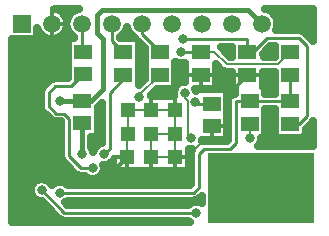
<source format=gbr>
G04 DipTrace 3.0.0.2*
G04 Bottom.gbr*
%MOMM*%
G04 #@! TF.FileFunction,Copper,L2,Bot*
G04 #@! TF.Part,Single*
G04 #@! TA.AperFunction,Conductor*
%ADD10C,0.254*%
G04 #@! TA.AperFunction,CopperBalancing*
%ADD14C,0.635*%
G04 #@! TA.AperFunction,Conductor*
%ADD15C,0.381*%
%ADD16C,0.1778*%
%ADD17C,0.2032*%
%ADD18C,0.3048*%
G04 #@! TA.AperFunction,ViaPad*
%ADD19C,0.8*%
G04 #@! TA.AperFunction,CopperBalancing*
%ADD20C,0.33*%
G04 #@! TA.AperFunction,ComponentPad*
%ADD25R,1.5X1.5*%
%ADD26C,1.5*%
%ADD27R,1.5X1.3*%
G04 #@! TA.AperFunction,ComponentPad*
%ADD30R,1.3X1.3*%
%FSLAX35Y35*%
G04*
G71*
G90*
G75*
G01*
G04 Bottom*
%LPD*%
X1767000Y1074000D2*
D10*
X1613000D1*
X1628000Y1089000D1*
X130000Y284000D2*
D15*
Y779000D1*
X187000Y836000D1*
X484000D1*
X1455000Y821000D2*
D17*
Y623000D1*
X1453000Y621000D1*
X1053000D2*
Y819000D1*
X1055000Y821000D1*
Y1021000D1*
X1255000Y821000D2*
Y623000D1*
X1253000Y621000D1*
X484000Y836000D2*
D18*
Y539000D1*
X627000Y396000D1*
X828000D1*
X1053000Y621000D1*
X1055000Y1021000D2*
D16*
X1255000D1*
X1672000Y1320000D2*
D10*
X2065000D1*
X2068000Y1317000D1*
X1767000Y884000D2*
X1896000D1*
X1925000Y913000D1*
Y1174000D1*
X2068000Y1317000D1*
X1255000Y1021000D2*
D16*
X1455000D1*
Y821000D1*
X1255000D2*
X1455000D1*
X1253000Y621000D2*
X1453000D1*
X1556000D1*
X1694000Y759000D1*
X1749000D1*
X1771000Y781000D1*
Y880000D1*
X1767000Y884000D1*
X1672000Y1320000D2*
X1562000D1*
X1452000Y1210000D1*
Y1024000D1*
X1455000Y1021000D1*
X671000Y910000D2*
D15*
Y649000D1*
X2431000Y1320000D2*
D10*
Y1092000D1*
X2090000D2*
X2431000D1*
X2090000D2*
X1970720D1*
Y738790D1*
X1925000Y693070D1*
X1704710D1*
X1658990Y647350D1*
Y366160D1*
X1613270Y320440D1*
X481470D1*
X1636000Y150680D2*
X517000D1*
X327000Y340680D1*
X1540000Y1166000D2*
D16*
Y1122000D1*
X1562000Y1100000D1*
Y814000D1*
X1595000Y781000D1*
X2090000D2*
Y902000D1*
X759000Y528000D2*
D10*
X660000D1*
X561000Y627000D1*
Y946000D1*
X517000Y990000D1*
X451000D1*
X385000Y1056000D1*
Y1166000D1*
X440000Y1221000D1*
X576000D1*
X677000Y1322000D1*
X858000Y649000D2*
X902000Y693000D1*
Y1166000D1*
X1053000Y1317000D1*
X1018000D1*
X1155000Y1133000D2*
D17*
Y1145000D1*
X1330000Y1320000D1*
X2068000Y1507000D2*
D10*
X2112000D1*
X2233000Y1628000D1*
X2508000D1*
X2574000Y1562000D1*
Y968000D1*
X2508000Y902000D1*
X2431000D1*
X2068000Y1507000D2*
Y1617280D1*
X1526690D1*
X1672000Y1510000D2*
D17*
X1790000D1*
X1892000Y1408000D1*
D16*
X2329000D1*
D17*
X2431000Y1510000D1*
X1672000D2*
D10*
X1509000D1*
X1177000Y1750000D2*
Y1663000D1*
X1330000Y1510000D1*
X669000Y1750000D2*
Y1520000D1*
X677000Y1512000D1*
X923000Y1750000D2*
Y1602000D1*
X1018000Y1507000D1*
X671000Y1100000D2*
D15*
X748000D1*
X847000Y1199000D1*
Y1617000D1*
X792000Y1672000D1*
Y1826000D1*
X836000Y1870000D1*
X2073000D1*
X2193000Y1750000D1*
X671000Y1100000D2*
X484000D1*
D19*
X1628000Y1089000D3*
X130000Y284000D3*
X484000Y836000D3*
X671000Y649000D3*
X1540000Y1166000D3*
X1595000Y781000D3*
X2090000D3*
X759000Y528000D3*
X858000Y649000D3*
X1155000Y1133000D3*
X484000Y1100000D3*
X2167000Y605000D3*
Y110000D3*
X2013000Y605000D3*
X1991000Y110000D3*
X481470Y320440D3*
X327000Y340680D3*
X1636000Y150680D3*
X1526690Y1617280D3*
X1509000Y1510000D3*
X2311803Y1814483D2*
D14*
X2621317D1*
X2328920Y1751317D2*
X2621317D1*
X2544470Y1688150D2*
X2621317D1*
X296920Y1624983D2*
X374507D1*
X455543D2*
X541070D1*
X78700Y1561817D2*
X541070D1*
X1153920D2*
X1176757D1*
X78700Y1498650D2*
X541070D1*
X1153920D2*
X1194053D1*
X1899300D2*
X1931950D1*
X2205143D2*
X2295010D1*
X78700Y1435483D2*
X541070D1*
X1153920D2*
X1194053D1*
X78700Y1372317D2*
X541070D1*
X1153920D2*
X1194053D1*
X1465963D2*
X1535987D1*
X1808020D2*
X1829833D1*
X78700Y1309150D2*
X541070D1*
X1153920D2*
X1194053D1*
X1465963D2*
X1535987D1*
X1808020D2*
X1931993D1*
X2203903D2*
X2295010D1*
X78700Y1245983D2*
X363470D1*
X1808020D2*
X1931993D1*
X2203903D2*
X2295010D1*
X78700Y1182817D2*
X313487D1*
X1290720D2*
X1440490D1*
X1902897D2*
X1954070D1*
X2225980D2*
X2295010D1*
X78700Y1119650D2*
X311380D1*
X78700Y1056483D2*
X311380D1*
X78700Y993317D2*
X346230D1*
X806903D2*
X828433D1*
X2225980D2*
X2295010D1*
X78700Y930150D2*
X413947D1*
X806903D2*
X828433D1*
X2225980D2*
X2295010D1*
X78700Y866983D2*
X487370D1*
X806903D2*
X828433D1*
X2225980D2*
X2295010D1*
X2574483D2*
X2621317D1*
X78700Y803817D2*
X487370D1*
X806903D2*
X828433D1*
X2225980D2*
X2295010D1*
X2566920D2*
X2621317D1*
X78700Y740650D2*
X487370D1*
X750970D2*
X828187D1*
X2181950D2*
X2621317D1*
X78700Y677483D2*
X487370D1*
X78700Y614317D2*
X488610D1*
X78700Y551150D2*
X535367D1*
X857133D2*
X927033D1*
X78700Y487983D2*
X598493D1*
X851057D2*
X1585350D1*
X78700Y424817D2*
X277397D1*
X376667D2*
X1585350D1*
X78700Y361650D2*
X228407D1*
X78700Y298483D2*
X235973D1*
X78700Y235317D2*
X330850D1*
X533803D2*
X1587333D1*
X78700Y172150D2*
X393980D1*
X78700Y108983D2*
X457230D1*
X1249317Y1140610D2*
X1448870D1*
X1445680Y1158577D1*
Y1173423D1*
X1448003Y1188087D1*
X1451920Y1200380D1*
X1459610Y1215833D1*
X1468057Y1227443D1*
X1478557Y1237943D1*
X1490567Y1246667D1*
X1503793Y1253407D1*
X1517913Y1257997D1*
X1532577Y1260320D1*
X1542407Y1260517D1*
X1542390Y1421473D1*
X1523800Y1416553D1*
X1509000Y1415390D1*
X1494200Y1416553D1*
X1479763Y1420020D1*
X1466047Y1425700D1*
X1459590Y1429317D1*
X1459610Y1217360D1*
X1451797Y1200390D1*
X1301977D1*
X1248550Y1146950D1*
X1172610Y501407D2*
X933390Y501390D1*
Y591853D1*
X919443Y577057D1*
X907433Y568333D1*
X894207Y561593D1*
X880087Y557003D1*
X865423Y554680D1*
X849740Y554780D1*
X853320Y535423D1*
Y520577D1*
X850997Y505913D1*
X846407Y491793D1*
X839667Y478567D1*
X830943Y466557D1*
X820443Y456057D1*
X808433Y447333D1*
X795207Y440593D1*
X781087Y436003D1*
X766423Y433680D1*
X751577D1*
X736913Y436003D1*
X722793Y440593D1*
X709567Y447333D1*
X697557Y456057D1*
X692507Y460727D1*
X649470Y461520D1*
X634240Y465813D1*
X620437Y473543D1*
X612403Y480403D1*
X506543Y587437D1*
X498813Y601240D1*
X494520Y616470D1*
X493690Y627000D1*
Y918083D1*
X489017Y922790D1*
X445720Y922897D1*
X430200Y925983D1*
X415830Y932610D1*
X402830Y943027D1*
X333817Y1012287D1*
X325027Y1025443D1*
X319550Y1040287D1*
X317723Y1056847D1*
X317897Y1171280D1*
X320983Y1186800D1*
X327610Y1201170D1*
X338027Y1214170D1*
X396287Y1272183D1*
X409443Y1280973D1*
X424287Y1286450D1*
X440847Y1288277D1*
X547280Y1288310D1*
X547390Y1631610D1*
X601837D1*
X601280Y1639490D1*
X584827Y1651443D1*
X570443Y1665827D1*
X558490Y1682280D1*
X549257Y1700400D1*
X542970Y1719743D1*
X542047Y1724383D1*
X537063Y1706417D1*
X529363Y1689010D1*
X519197Y1672920D1*
X506787Y1658490D1*
X492393Y1646033D1*
X476333Y1635820D1*
X458953Y1628070D1*
X440620Y1622947D1*
X421737Y1620567D1*
X402710Y1620973D1*
X383947Y1624167D1*
X365853Y1630070D1*
X348817Y1638560D1*
X333210Y1649453D1*
X319367Y1662517D1*
X307587Y1677467D1*
X298123Y1693977D1*
X290607Y1713727D1*
X290610Y1620390D1*
X72203D1*
X72350Y72350D1*
X1582830D1*
X1569503Y83407D1*
X511717Y83577D1*
X496200Y86663D1*
X481830Y93290D1*
X468830Y103707D1*
X326370Y246120D1*
X312200Y247233D1*
X297763Y250700D1*
X284047Y256383D1*
X271390Y264140D1*
X260100Y273780D1*
X250460Y285070D1*
X242700Y297727D1*
X237020Y311443D1*
X233553Y325880D1*
X232390Y340680D1*
X233553Y355480D1*
X237020Y369917D1*
X242700Y383633D1*
X250460Y396290D1*
X260100Y407580D1*
X271390Y417220D1*
X284047Y424977D1*
X297763Y430660D1*
X312200Y434127D1*
X327000Y435290D1*
X341800Y434127D1*
X356237Y430660D1*
X369950Y424977D1*
X382610Y417220D1*
X393900Y407580D1*
X403540Y396290D1*
X411200Y383810D1*
X425860Y396980D1*
X438517Y404737D1*
X452233Y410417D1*
X466670Y413883D1*
X481470Y415050D1*
X496270Y413883D1*
X510707Y410417D1*
X524423Y404737D1*
X537080Y396980D1*
X547963Y387713D1*
X1585403Y387750D1*
X1591723Y394080D1*
X1591890Y652630D1*
X1594977Y668150D1*
X1602183Y683393D1*
X1602423Y686680D1*
X1587577D1*
X1572607Y689090D1*
X1572610Y501390D1*
X1133390Y501413D1*
X2219590Y1021610D2*
X2219610Y782390D1*
X2184513D1*
X2183447Y766200D1*
X2179980Y751763D1*
X2174297Y738047D1*
X2166540Y725390D1*
X2157353Y714590D1*
X2627580Y714610D1*
X2627650Y927490D1*
X2621597Y920403D1*
X2560623Y859433D1*
X2560610Y782390D1*
X2301390D1*
Y1024603D1*
X2219540Y1024690D1*
X2219487Y972390D1*
X2197647Y1211610D2*
X2219610D1*
Y1159397D1*
X2301460Y1159310D1*
X2301390Y1344630D1*
X2197660Y1344500D1*
X2197610Y1211607D1*
X1960390Y1158550D2*
Y1197357D1*
X1938390Y1197390D1*
Y1344557D1*
X1902133Y1344027D1*
X1886917Y1343430D1*
X1871983Y1346400D1*
X1858157Y1352773D1*
X1846200Y1362200D1*
X1801563Y1406840D1*
X1801610Y1200390D1*
X1628150D1*
X1632907Y1183503D1*
X1637410Y1183083D1*
X1637390Y1193610D1*
X1896610D1*
Y764390D1*
X1688127D1*
X1686703Y757880D1*
X1699430Y760173D1*
X1897190Y760380D1*
X1903450Y766710D1*
X1903617Y1097280D1*
X1906703Y1112800D1*
X1913330Y1127170D1*
X1923123Y1139597D1*
X1935550Y1149390D1*
X1949920Y1156017D1*
X1960373Y1158503D1*
X993440Y1626610D2*
X1120440D1*
X1116587Y1633397D1*
X1092827Y1651443D1*
X1078443Y1665827D1*
X1066490Y1682280D1*
X1057257Y1700400D1*
X1050970Y1719743D1*
X1050047Y1724383D1*
X1042743Y1700400D1*
X1033510Y1682280D1*
X1021557Y1665827D1*
X1007173Y1651443D1*
X990270Y1639237D1*
X993660Y1626530D1*
X1147610Y1597217D2*
Y1229117D1*
X1200320Y1281917D1*
X1200390Y1544550D1*
X1147630Y1597180D1*
X1938390Y1471353D2*
Y1549983D1*
X1841657Y1549970D1*
X1920077Y1471523D1*
X1938510Y1471500D1*
X2301390Y1471873D2*
Y1560673D1*
X2260820Y1560690D1*
X2197547Y1497353D1*
X2209500Y1471500D1*
X2300907D1*
X437053Y1877687D2*
X457477Y1872450D1*
X474953Y1864910D1*
X491137Y1854890D1*
X505677Y1842610D1*
X518260Y1828333D1*
X528620Y1812367D1*
X536527Y1795053D1*
X541993Y1775820D1*
X549257Y1799600D1*
X558490Y1817720D1*
X570443Y1834173D1*
X584827Y1848557D1*
X601280Y1860510D1*
X619400Y1869743D1*
X638743Y1876030D1*
X647047Y1877680D1*
X437520Y1877650D1*
X2322210Y1739830D2*
X2319030Y1719743D1*
X2312743Y1700400D1*
X2310397Y1695310D1*
X2513280Y1695103D1*
X2528800Y1692017D1*
X2543170Y1685390D1*
X2556170Y1674973D1*
X2625833Y1604887D1*
X2627650Y1628100D1*
Y1877650D1*
X2215520D1*
X2233053Y1873267D1*
X2251843Y1865483D1*
X2269183Y1854857D1*
X2284647Y1841647D1*
X2297857Y1826183D1*
X2308483Y1808843D1*
X2316267Y1790053D1*
X2321013Y1770277D1*
X2322610Y1750000D1*
X2322210Y1739830D1*
X800590Y1029610D2*
X800610Y790390D1*
X744677D1*
X744660Y708463D1*
X755297Y691953D1*
X760980Y678237D1*
X764553Y663800D1*
X768020Y678237D1*
X773703Y691953D1*
X781460Y704610D1*
X791100Y715900D1*
X802390Y725540D1*
X815047Y733297D1*
X828763Y738980D1*
X834713Y740657D1*
X834690Y1082557D1*
X800623Y1048453D1*
X800487Y980390D1*
X547963Y253167D2*
X537080Y243897D1*
X525863Y236950D1*
X544993Y217880D1*
X1569587Y217990D1*
X1580390Y227220D1*
X1593047Y234980D1*
X1606763Y240660D1*
X1621200Y244127D1*
X1636000Y245290D1*
X1650800Y244127D1*
X1665233Y240660D1*
X1683380Y232497D1*
X1683390Y295527D1*
X1652833Y265983D1*
X1639030Y258253D1*
X1623800Y253957D1*
X1613270Y253130D1*
X548033D1*
X1455000Y1140487D2*
D20*
Y1021000D1*
X1255000Y1140487D2*
Y1021000D1*
X1053000Y621000D2*
Y501513D1*
X933513Y621000D2*
X1053000D1*
X1253000D2*
Y501513D1*
X1453000Y621000D2*
Y501513D1*
Y621000D2*
X1572487D1*
X1938513Y1317000D2*
X2197487D1*
X1672000Y1320000D2*
Y1200513D1*
X1542513Y1320000D2*
X1801487D1*
X415000Y1879487D2*
Y1620513D1*
Y1750000D2*
X544487D1*
X1767000Y884000D2*
Y764513D1*
Y884000D2*
X1896487D1*
D25*
X161000Y1750000D3*
D26*
X415000D3*
X669000D3*
X923000D3*
X1177000D3*
X1431000D3*
X1685000D3*
X1939000D3*
X2193000D3*
D27*
X2090000Y902000D3*
Y1092000D3*
X677000Y1512000D3*
Y1322000D3*
X1018000Y1507000D3*
Y1317000D3*
X1330000Y1510000D3*
Y1320000D3*
X2431000Y1092000D3*
Y902000D3*
X2068000Y1507000D3*
Y1317000D3*
X2431000Y1320000D3*
Y1510000D3*
X1672000D3*
Y1320000D3*
X1767000Y884000D3*
Y1074000D3*
X671000Y910000D3*
Y1100000D3*
D30*
X1055000Y821000D3*
X1255000D3*
X1455000D3*
Y1021000D3*
X1255000D3*
X1055000D3*
X1053000Y621000D3*
X1253000D3*
X1453000D3*
G36*
X1738000Y660000D2*
X2629000D1*
Y66000D1*
X1738000D1*
Y660000D1*
G37*
M02*

</source>
